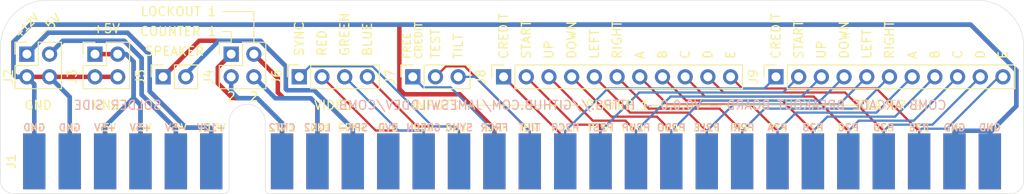
<source format=kicad_pcb>
(kicad_pcb (version 20171130) (host pcbnew "(5.1.9)-1")

  (general
    (thickness 1.6)
    (drawings 56)
    (tracks 245)
    (zones 0)
    (modules 9)
    (nets 42)
  )

  (page A4)
  (title_block
    (title "Comb Arcade Breakout Board")
    (date 2021-05-02)
    (rev 0.0.0)
    (company jameswilddev)
  )

  (layers
    (0 F.Cu signal)
    (31 B.Cu signal)
    (32 B.Adhes user)
    (33 F.Adhes user)
    (34 B.Paste user)
    (35 F.Paste user)
    (36 B.SilkS user)
    (37 F.SilkS user)
    (38 B.Mask user)
    (39 F.Mask user)
    (40 Dwgs.User user)
    (41 Cmts.User user)
    (42 Eco1.User user)
    (43 Eco2.User user)
    (44 Edge.Cuts user)
    (45 Margin user)
    (46 B.CrtYd user)
    (47 F.CrtYd user)
    (48 B.Fab user)
    (49 F.Fab user)
  )

  (setup
    (last_trace_width 0.25)
    (trace_clearance 0.2)
    (zone_clearance 0.2)
    (zone_45_only no)
    (trace_min 0.2)
    (via_size 0.8)
    (via_drill 0.4)
    (via_min_size 0.4)
    (via_min_drill 0.3)
    (uvia_size 0.3)
    (uvia_drill 0.1)
    (uvias_allowed no)
    (uvia_min_size 0.2)
    (uvia_min_drill 0.1)
    (edge_width 0.05)
    (segment_width 0.2)
    (pcb_text_width 0.3)
    (pcb_text_size 1.5 1.5)
    (mod_edge_width 0.12)
    (mod_text_size 1 1)
    (mod_text_width 0.15)
    (pad_size 3.2 3.2)
    (pad_drill 3.2)
    (pad_to_mask_clearance 0)
    (aux_axis_origin 0 0)
    (visible_elements 7FFDFF7F)
    (pcbplotparams
      (layerselection 0x010fc_ffffffff)
      (usegerberextensions false)
      (usegerberattributes true)
      (usegerberadvancedattributes true)
      (creategerberjobfile true)
      (excludeedgelayer true)
      (linewidth 0.100000)
      (plotframeref false)
      (viasonmask false)
      (mode 1)
      (useauxorigin false)
      (hpglpennumber 1)
      (hpglpenspeed 20)
      (hpglpendiameter 15.000000)
      (psnegative false)
      (psa4output false)
      (plotreference true)
      (plotvalue true)
      (plotinvisibletext false)
      (padsonsilk false)
      (subtractmaskfromsilk false)
      (outputformat 1)
      (mirror false)
      (drillshape 0)
      (scaleselection 1)
      (outputdirectory ""))
  )

  (net 0 "")
  (net 1 GND)
  (net 2 "Net-(J1-Pad11)")
  (net 3 +5V)
  (net 4 "Net-(J1-PadM)")
  (net 5 VIDEO_SYNC)
  (net 6 P2_START)
  (net 7 P2_LEFT)
  (net 8 VIDEO_GREEN)
  (net 9 P2_UP)
  (net 10 P2_DOWN)
  (net 11 P2_RIGHT)
  (net 12 P1_RIGHT)
  (net 13 P1_LEFT)
  (net 14 P1_DOWN)
  (net 15 P1_UP)
  (net 16 P1_START)
  (net 17 VIDEO_BLUE)
  (net 18 VIDEO_RED)
  (net 19 SPEAKER+)
  (net 20 -5V)
  (net 21 COUNTER_2)
  (net 22 +12V)
  (net 23 SPEAKER-)
  (net 24 LOCKOUT_2)
  (net 25 TILT)
  (net 26 TEST)
  (net 27 LOCKOUT_1)
  (net 28 COUNTER_1)
  (net 29 P2_CREDIT)
  (net 30 P2_A)
  (net 31 P2_B)
  (net 32 P2_C)
  (net 33 P2_D)
  (net 34 P2_E)
  (net 35 P1_E)
  (net 36 P1_D)
  (net 37 P1_C)
  (net 38 P1_B)
  (net 39 P1_A)
  (net 40 P1_CREDIT)
  (net 41 FREE_CREDIT)

  (net_class Default "This is the default net class."
    (clearance 0.2)
    (trace_width 0.25)
    (via_dia 0.8)
    (via_drill 0.4)
    (uvia_dia 0.3)
    (uvia_drill 0.1)
    (add_net FREE_CREDIT)
    (add_net "Net-(J1-Pad11)")
    (add_net "Net-(J1-PadM)")
    (add_net P1_A)
    (add_net P1_B)
    (add_net P1_C)
    (add_net P1_CREDIT)
    (add_net P1_D)
    (add_net P1_DOWN)
    (add_net P1_E)
    (add_net P1_LEFT)
    (add_net P1_RIGHT)
    (add_net P1_START)
    (add_net P1_UP)
    (add_net P2_A)
    (add_net P2_B)
    (add_net P2_C)
    (add_net P2_CREDIT)
    (add_net P2_D)
    (add_net P2_DOWN)
    (add_net P2_E)
    (add_net P2_LEFT)
    (add_net P2_RIGHT)
    (add_net P2_START)
    (add_net P2_UP)
    (add_net TEST)
    (add_net TILT)
    (add_net VIDEO_BLUE)
    (add_net VIDEO_GREEN)
    (add_net VIDEO_RED)
    (add_net VIDEO_SYNC)
  )

  (net_class Power ""
    (clearance 0.4)
    (trace_width 0.5)
    (via_dia 0.8)
    (via_drill 0.4)
    (uvia_dia 0.3)
    (uvia_drill 0.1)
    (add_net +12V)
    (add_net +5V)
    (add_net -5V)
    (add_net COUNTER_1)
    (add_net COUNTER_2)
    (add_net GND)
    (add_net LOCKOUT_1)
    (add_net LOCKOUT_2)
    (add_net SPEAKER+)
    (add_net SPEAKER-)
  )

  (module Comb:Edge_Connector (layer F.Cu) (tedit 608E6293) (tstamp 608F8AAE)
    (at 121.92 111.76)
    (path /6083F27E)
    (fp_text reference J1 (at -56.03875 4.375 90) (layer F.SilkS)
      (effects (font (size 1 1) (thickness 0.15)))
    )
    (fp_text value Game_Connector (at -43.56 11.5) (layer F.Fab)
      (effects (font (size 1 1) (thickness 0.15)))
    )
    (fp_line (start -57.25 6.5) (end -57.25 0) (layer Edge.Cuts) (width 0.05))
    (fp_line (start -32.285 8) (end -55.75 8) (layer Edge.Cuts) (width 0.05))
    (fp_line (start -27.615 0) (end -27.615 7.5) (layer Edge.Cuts) (width 0.05))
    (fp_line (start 57.25 6.5) (end 57.25 0) (layer Edge.Cuts) (width 0.05))
    (fp_line (start -31.66 7.375) (end -31.66 0) (layer Edge.Cuts) (width 0.05))
    (fp_line (start -27.115 8) (end 55.75 8) (layer Edge.Cuts) (width 0.05))
    (fp_line (start -29.7 -2) (end -29.615 -2) (layer Edge.Cuts) (width 0.05))
    (fp_poly (pts (xy 57.25 8) (xy -57.25 8) (xy -57.25 1.25) (xy 57.25 1.25)) (layer F.Mask) (width 0.1))
    (fp_poly (pts (xy 57.25 8) (xy -57.25 8) (xy -57.25 1.25) (xy 57.25 1.25)) (layer B.Mask) (width 0.1))
    (fp_text user P2D (at 41.58 0.6) (layer B.SilkS)
      (effects (font (size 0.8 0.8) (thickness 0.15)) (justify mirror))
    )
    (fp_text user P2E (at 45.54 0.6) (layer B.SilkS)
      (effects (font (size 0.8 0.8) (thickness 0.15)) (justify mirror))
    )
    (fp_text user GND (at 49.5 0.6) (layer B.SilkS)
      (effects (font (size 0.8 0.8) (thickness 0.15)) (justify mirror))
    )
    (fp_text user GND (at 53.46 0.6) (layer B.SilkS)
      (effects (font (size 0.8 0.8) (thickness 0.15)) (justify mirror))
    )
    (fp_text user GND (at -53.46 0.6) (layer B.SilkS)
      (effects (font (size 0.8 0.8) (thickness 0.15)) (justify mirror))
    )
    (fp_text user P2LE (at 21.78 0.6) (layer B.SilkS)
      (effects (font (size 0.8 0.8) (thickness 0.15)) (justify mirror))
    )
    (fp_text user P2RI (at 25.74 0.6) (layer B.SilkS)
      (effects (font (size 0.8 0.8) (thickness 0.15)) (justify mirror))
    )
    (fp_text user P2A (at 29.7 0.6) (layer B.SilkS)
      (effects (font (size 0.8 0.8) (thickness 0.15)) (justify mirror))
    )
    (fp_text user P2B (at 33.66 0.6) (layer B.SilkS)
      (effects (font (size 0.8 0.8) (thickness 0.15)) (justify mirror))
    )
    (fp_text user P2C (at 37.62 0.6) (layer B.SilkS)
      (effects (font (size 0.8 0.8) (thickness 0.15)) (justify mirror))
    )
    (fp_text user +5V (at -41.58 0.6) (layer B.SilkS)
      (effects (font (size 0.8 0.8) (thickness 0.15)) (justify mirror))
    )
    (fp_text user +12V (at -33.66 0.6) (layer B.SilkS)
      (effects (font (size 0.8 0.8) (thickness 0.15)) (justify mirror))
    )
    (fp_text user -5V (at -37.62 0.6) (layer B.SilkS)
      (effects (font (size 0.8 0.8) (thickness 0.15)) (justify mirror))
    )
    (fp_text user CNT2 (at -25.74 0.6) (layer B.SilkS)
      (effects (font (size 0.8 0.8) (thickness 0.15)) (justify mirror))
    )
    (fp_text user SPK- (at -17.82 0.6) (layer B.SilkS)
      (effects (font (size 0.8 0.8) (thickness 0.15)) (justify mirror))
    )
    (fp_text user LCK2 (at -21.78 0.6) (layer B.SilkS)
      (effects (font (size 0.8 0.8) (thickness 0.15)) (justify mirror))
    )
    (fp_text user GREEN (at -9.9 0.6) (layer B.SilkS)
      (effects (font (size 0.8 0.8) (thickness 0.15)) (justify mirror))
    )
    (fp_text user RVD (at -13.86 0.6) (layer B.SilkS)
      (effects (font (size 0.8 0.8) (thickness 0.15)) (justify mirror))
    )
    (fp_text user SYNC (at -5.94 0.6) (layer B.SilkS)
      (effects (font (size 0.8 0.8) (thickness 0.15)) (justify mirror))
    )
    (fp_text user FRCR (at -1.98 0.6) (layer B.SilkS)
      (effects (font (size 0.8 0.8) (thickness 0.15)) (justify mirror))
    )
    (fp_text user P2CR (at 5.94 0.6) (layer B.SilkS)
      (effects (font (size 0.8 0.8) (thickness 0.15)) (justify mirror))
    )
    (fp_text user TILT (at 1.98 0.6) (layer B.SilkS)
      (effects (font (size 0.8 0.8) (thickness 0.15)) (justify mirror))
    )
    (fp_text user P2ST (at 9.9 0.6) (layer B.SilkS)
      (effects (font (size 0.8 0.8) (thickness 0.15)) (justify mirror))
    )
    (fp_text user P2UP (at 13.86 0.6) (layer B.SilkS)
      (effects (font (size 0.8 0.8) (thickness 0.15)) (justify mirror))
    )
    (fp_text user P2DO (at 17.82 0.6) (layer B.SilkS)
      (effects (font (size 0.8 0.8) (thickness 0.15)) (justify mirror))
    )
    (fp_text user GND (at -49.5 0.6) (layer B.SilkS)
      (effects (font (size 0.8 0.8) (thickness 0.15)) (justify mirror))
    )
    (fp_text user +5V (at -45.54 0.6) (layer B.SilkS)
      (effects (font (size 0.8 0.8) (thickness 0.15)) (justify mirror))
    )
    (fp_text user GND (at 53.46 0.6) (layer F.SilkS)
      (effects (font (size 0.8 0.8) (thickness 0.15)))
    )
    (fp_text user GND (at 49.5 0.6) (layer F.SilkS)
      (effects (font (size 0.8 0.8) (thickness 0.15)))
    )
    (fp_text user P1E (at 45.54 0.6) (layer F.SilkS)
      (effects (font (size 0.8 0.8) (thickness 0.15)))
    )
    (fp_text user P1D (at 41.58 0.6) (layer F.SilkS)
      (effects (font (size 0.8 0.8) (thickness 0.15)))
    )
    (fp_text user P1C (at 37.62 0.6) (layer F.SilkS)
      (effects (font (size 0.8 0.8) (thickness 0.15)))
    )
    (fp_text user P1B (at 33.66 0.6) (layer F.SilkS)
      (effects (font (size 0.8 0.8) (thickness 0.15)))
    )
    (fp_text user P1A (at 29.7 0.6) (layer F.SilkS)
      (effects (font (size 0.8 0.8) (thickness 0.15)))
    )
    (fp_text user P1RI (at 25.74 0.6) (layer F.SilkS)
      (effects (font (size 0.8 0.8) (thickness 0.15)))
    )
    (fp_text user P1LE (at 21.78 0.6) (layer F.SilkS)
      (effects (font (size 0.8 0.8) (thickness 0.15)))
    )
    (fp_text user P1DO (at 17.82 0.6) (layer F.SilkS)
      (effects (font (size 0.8 0.8) (thickness 0.15)))
    )
    (fp_text user P1UP (at 13.86 0.6) (layer F.SilkS)
      (effects (font (size 0.8 0.8) (thickness 0.15)))
    )
    (fp_text user P1ST (at 9.9 0.6) (layer F.SilkS)
      (effects (font (size 0.8 0.8) (thickness 0.15)))
    )
    (fp_text user P1CR (at 5.94 0.6) (layer F.SilkS)
      (effects (font (size 0.8 0.8) (thickness 0.15)))
    )
    (fp_text user TEST (at 1.98 0.6) (layer F.SilkS)
      (effects (font (size 0.8 0.8) (thickness 0.15)))
    )
    (fp_text user GND (at -1.98 0.6) (layer F.SilkS)
      (effects (font (size 0.8 0.8) (thickness 0.15)))
    )
    (fp_text user BLUE (at -5.94 0.6) (layer F.SilkS)
      (effects (font (size 0.8 0.8) (thickness 0.15)))
    )
    (fp_text user RED (at -9.9 0.6) (layer F.SilkS)
      (effects (font (size 0.8 0.8) (thickness 0.15)))
    )
    (fp_text user RVD (at -13.86 0.6) (layer F.SilkS)
      (effects (font (size 0.8 0.8) (thickness 0.15)))
    )
    (fp_text user SPK+ (at -17.82 0.6) (layer F.SilkS)
      (effects (font (size 0.8 0.8) (thickness 0.15)))
    )
    (fp_text user LCK1 (at -21.78 0.6) (layer F.SilkS)
      (effects (font (size 0.8 0.8) (thickness 0.15)))
    )
    (fp_text user CNT1 (at -25.74 0.6) (layer F.SilkS)
      (effects (font (size 0.8 0.8) (thickness 0.15)))
    )
    (fp_text user +12V (at -33.66 0.6) (layer F.SilkS)
      (effects (font (size 0.8 0.8) (thickness 0.15)))
    )
    (fp_text user -5V (at -37.62 0.6) (layer F.SilkS)
      (effects (font (size 0.8 0.8) (thickness 0.15)))
    )
    (fp_text user +5V (at -41.58 0.6) (layer F.SilkS)
      (effects (font (size 0.8 0.8) (thickness 0.15)))
    )
    (fp_text user +5V (at -45.54 0.6) (layer F.SilkS)
      (effects (font (size 0.8 0.8) (thickness 0.15)))
    )
    (fp_text user GND (at -49.5 0.6) (layer F.SilkS)
      (effects (font (size 0.8 0.8) (thickness 0.15)))
    )
    (fp_text user GND (at -53.46 0.6) (layer F.SilkS)
      (effects (font (size 0.8 0.8) (thickness 0.15)))
    )
    (fp_arc (start -29.615 0) (end -27.615 0) (angle -90) (layer Edge.Cuts) (width 0.05))
    (fp_arc (start -29.66 0) (end -29.7 -2) (angle -88.9) (layer Edge.Cuts) (width 0.05))
    (fp_arc (start 55.75 6.5) (end 55.75 8) (angle -90) (layer Edge.Cuts) (width 0.05))
    (fp_arc (start -27.115 7.5) (end -27.615 7.5) (angle -90) (layer Edge.Cuts) (width 0.05))
    (fp_arc (start -32.285 7.375) (end -32.285 8) (angle -90) (layer Edge.Cuts) (width 0.05))
    (fp_arc (start -55.75 6.5) (end -57.25 6.5) (angle -90) (layer Edge.Cuts) (width 0.05))
    (pad P smd rect (at -5.94 4.375) (size 2.5 6.25) (layers B.Cu B.Paste B.Mask)
      (net 5 VIDEO_SYNC))
    (pad U smd rect (at 9.9 4.375) (size 2.5 6.25) (layers B.Cu B.Paste B.Mask)
      (net 6 P2_START))
    (pad X smd rect (at 21.78 4.375) (size 2.5 6.25) (layers B.Cu B.Paste B.Mask)
      (net 7 P2_LEFT))
    (pad E smd rect (at -37.62 4.375) (size 2.5 6.25) (layers B.Cu B.Paste B.Mask)
      (net 20 -5V))
    (pad J smd rect (at -25.74 4.375) (size 2.5 6.25) (layers B.Cu B.Paste B.Mask)
      (net 21 COUNTER_2))
    (pad N smd rect (at -9.9 4.375) (size 2.5 6.25) (layers B.Cu B.Paste B.Mask)
      (net 8 VIDEO_GREEN))
    (pad F smd rect (at -33.66 4.375) (size 2.5 6.25) (layers B.Cu B.Paste B.Mask)
      (net 22 +12V))
    (pad T smd rect (at 5.94 4.375) (size 2.5 6.25) (layers B.Cu B.Paste B.Mask)
      (net 29 P2_CREDIT))
    (pad D smd rect (at -41.58 4.375) (size 2.5 6.25) (layers B.Cu B.Paste B.Mask)
      (net 3 +5V))
    (pad B smd rect (at -49.5 4.375) (size 2.5 6.25) (layers B.Cu B.Paste B.Mask)
      (net 1 GND))
    (pad L smd rect (at -17.82 4.375) (size 2.5 6.25) (layers B.Cu B.Paste B.Mask)
      (net 23 SPEAKER-))
    (pad M smd rect (at -13.86 4.375) (size 2.5 6.25) (layers B.Cu B.Paste B.Mask)
      (net 4 "Net-(J1-PadM)"))
    (pad A smd rect (at -53.46 4.375) (size 2.5 6.25) (layers B.Cu B.Paste B.Mask)
      (net 1 GND))
    (pad K smd rect (at -21.78 4.375) (size 2.5 6.25) (layers B.Cu B.Paste B.Mask)
      (net 24 LOCKOUT_2))
    (pad R smd rect (at -1.98 4.375) (size 2.5 6.25) (layers B.Cu B.Paste B.Mask)
      (net 41 FREE_CREDIT))
    (pad S smd rect (at 1.98 4.375) (size 2.5 6.25) (layers B.Cu B.Paste B.Mask)
      (net 25 TILT))
    (pad C smd rect (at -45.54 4.375) (size 2.5 6.25) (layers B.Cu B.Paste B.Mask)
      (net 3 +5V))
    (pad V smd rect (at 13.86 4.375) (size 2.5 6.25) (layers B.Cu B.Paste B.Mask)
      (net 9 P2_UP))
    (pad W smd rect (at 17.82 4.375) (size 2.5 6.25) (layers B.Cu B.Paste B.Mask)
      (net 10 P2_DOWN))
    (pad Y smd rect (at 25.74 4.375) (size 2.5 6.25) (layers B.Cu B.Paste B.Mask)
      (net 11 P2_RIGHT))
    (pad Z smd rect (at 29.7 4.375) (size 2.5 6.25) (layers B.Cu B.Paste B.Mask)
      (net 30 P2_A))
    (pad AA smd rect (at 33.66 4.375) (size 2.5 6.25) (layers B.Cu B.Paste B.Mask)
      (net 31 P2_B))
    (pad AB smd rect (at 37.62 4.375) (size 2.5 6.25) (layers B.Cu B.Paste B.Mask)
      (net 32 P2_C))
    (pad AC smd rect (at 41.58 4.375) (size 2.5 6.25) (layers B.Cu B.Paste B.Mask)
      (net 33 P2_D))
    (pad AE smd rect (at 49.5 4.375) (size 2.5 6.25) (layers B.Cu B.Paste B.Mask)
      (net 1 GND))
    (pad AD smd rect (at 45.54 4.375) (size 2.5 6.25) (layers B.Cu B.Paste B.Mask)
      (net 34 P2_E))
    (pad AF smd rect (at 53.46 4.375) (size 2.5 6.25) (layers B.Cu B.Paste B.Mask)
      (net 1 GND))
    (pad 28 smd rect (at 53.46 4.375) (size 2.5 6.25) (layers F.Cu F.Paste F.Mask)
      (net 1 GND))
    (pad 27 smd rect (at 49.5 4.375) (size 2.5 6.25) (layers F.Cu F.Paste F.Mask)
      (net 1 GND))
    (pad 26 smd rect (at 45.54 4.375) (size 2.5 6.25) (layers F.Cu F.Paste F.Mask)
      (net 35 P1_E))
    (pad 25 smd rect (at 41.58 4.375) (size 2.5 6.25) (layers F.Cu F.Paste F.Mask)
      (net 36 P1_D))
    (pad 24 smd rect (at 37.62 4.375) (size 2.5 6.25) (layers F.Cu F.Paste F.Mask)
      (net 37 P1_C))
    (pad 23 smd rect (at 33.66 4.375) (size 2.5 6.25) (layers F.Cu F.Paste F.Mask)
      (net 38 P1_B))
    (pad 22 smd rect (at 29.7 4.375) (size 2.5 6.25) (layers F.Cu F.Paste F.Mask)
      (net 39 P1_A))
    (pad 21 smd rect (at 25.74 4.375) (size 2.5 6.25) (layers F.Cu F.Paste F.Mask)
      (net 12 P1_RIGHT))
    (pad 20 smd rect (at 21.78 4.375) (size 2.5 6.25) (layers F.Cu F.Paste F.Mask)
      (net 13 P1_LEFT))
    (pad 19 smd rect (at 17.82 4.375) (size 2.5 6.25) (layers F.Cu F.Paste F.Mask)
      (net 14 P1_DOWN))
    (pad 18 smd rect (at 13.86 4.375) (size 2.5 6.25) (layers F.Cu F.Paste F.Mask)
      (net 15 P1_UP))
    (pad 17 smd rect (at 9.9 4.375) (size 2.5 6.25) (layers F.Cu F.Paste F.Mask)
      (net 16 P1_START))
    (pad 16 smd rect (at 5.94 4.375) (size 2.5 6.25) (layers F.Cu F.Paste F.Mask)
      (net 40 P1_CREDIT))
    (pad 15 smd rect (at 1.98 4.375) (size 2.5 6.25) (layers F.Cu F.Paste F.Mask)
      (net 26 TEST))
    (pad 14 smd rect (at -1.98 4.375) (size 2.5 6.25) (layers F.Cu F.Paste F.Mask)
      (net 1 GND))
    (pad 13 smd rect (at -5.94 4.375) (size 2.5 6.25) (layers F.Cu F.Paste F.Mask)
      (net 17 VIDEO_BLUE))
    (pad 12 smd rect (at -9.9 4.375) (size 2.5 6.25) (layers F.Cu F.Paste F.Mask)
      (net 18 VIDEO_RED))
    (pad 1 smd rect (at -53.46 4.375) (size 2.5 6.25) (layers F.Cu F.Paste F.Mask)
      (net 1 GND))
    (pad 11 smd rect (at -13.86 4.375) (size 2.5 6.25) (layers F.Cu F.Paste F.Mask)
      (net 2 "Net-(J1-Pad11)"))
    (pad 10 smd rect (at -17.82 4.375) (size 2.5 6.25) (layers F.Cu F.Paste F.Mask)
      (net 19 SPEAKER+))
    (pad 2 smd rect (at -49.5 4.375) (size 2.5 6.25) (layers F.Cu F.Paste F.Mask)
      (net 1 GND))
    (pad 3 smd rect (at -45.54 4.375) (size 2.5 6.25) (layers F.Cu F.Paste F.Mask)
      (net 3 +5V))
    (pad 9 smd rect (at -21.78 4.375) (size 2.5 6.25) (layers F.Cu F.Paste F.Mask)
      (net 27 LOCKOUT_1))
    (pad 8 smd rect (at -25.74 4.375) (size 2.5 6.25) (layers F.Cu F.Paste F.Mask)
      (net 28 COUNTER_1))
    (pad 4 smd rect (at -41.58 4.375) (size 2.5 6.25) (layers F.Cu F.Paste F.Mask)
      (net 3 +5V))
    (pad 5 smd rect (at -37.62 4.375) (size 2.5 6.25) (layers F.Cu F.Paste F.Mask)
      (net 20 -5V))
    (pad 6 smd rect (at -33.66 4.375) (size 2.5 6.25) (layers F.Cu F.Paste F.Mask)
      (net 22 +12V))
  )

  (module Connector_PinSocket_2.54mm:PinSocket_1x02_P2.54mm_Vertical (layer F.Cu) (tedit 5A19A420) (tstamp 608F330A)
    (at 82.8675 106.68 90)
    (descr "Through hole straight socket strip, 1x02, 2.54mm pitch, single row (from Kicad 4.0.7), script generated")
    (tags "Through hole socket strip THT 1x02 2.54mm single row")
    (path /6094EC80)
    (fp_text reference J5 (at 0 -2.54 90) (layer F.SilkS)
      (effects (font (size 1 1) (thickness 0.15)))
    )
    (fp_text value SPEAKER (at 0 5.31 90) (layer F.Fab)
      (effects (font (size 1 1) (thickness 0.15)))
    )
    (fp_line (start -1.8 4.3) (end -1.8 -1.8) (layer F.CrtYd) (width 0.05))
    (fp_line (start 1.75 4.3) (end -1.8 4.3) (layer F.CrtYd) (width 0.05))
    (fp_line (start 1.75 -1.8) (end 1.75 4.3) (layer F.CrtYd) (width 0.05))
    (fp_line (start -1.8 -1.8) (end 1.75 -1.8) (layer F.CrtYd) (width 0.05))
    (fp_line (start 0 -1.33) (end 1.33 -1.33) (layer F.SilkS) (width 0.12))
    (fp_line (start 1.33 -1.33) (end 1.33 0) (layer F.SilkS) (width 0.12))
    (fp_line (start 1.33 1.27) (end 1.33 3.87) (layer F.SilkS) (width 0.12))
    (fp_line (start -1.33 3.87) (end 1.33 3.87) (layer F.SilkS) (width 0.12))
    (fp_line (start -1.33 1.27) (end -1.33 3.87) (layer F.SilkS) (width 0.12))
    (fp_line (start -1.33 1.27) (end 1.33 1.27) (layer F.SilkS) (width 0.12))
    (fp_line (start -1.27 3.81) (end -1.27 -1.27) (layer F.Fab) (width 0.1))
    (fp_line (start 1.27 3.81) (end -1.27 3.81) (layer F.Fab) (width 0.1))
    (fp_line (start 1.27 -0.635) (end 1.27 3.81) (layer F.Fab) (width 0.1))
    (fp_line (start 0.635 -1.27) (end 1.27 -0.635) (layer F.Fab) (width 0.1))
    (fp_line (start -1.27 -1.27) (end 0.635 -1.27) (layer F.Fab) (width 0.1))
    (fp_text user %R (at 0 1.27) (layer F.Fab)
      (effects (font (size 1 1) (thickness 0.15)))
    )
    (pad 2 thru_hole oval (at 0 2.54 90) (size 1.7 1.7) (drill 1) (layers *.Cu *.Mask)
      (net 23 SPEAKER-))
    (pad 1 thru_hole rect (at 0 0 90) (size 1.7 1.7) (drill 1) (layers *.Cu *.Mask)
      (net 19 SPEAKER+))
    (model ${KISYS3DMOD}/Connector_PinSocket_2.54mm.3dshapes/PinSocket_1x02_P2.54mm_Vertical.wrl
      (at (xyz 0 0 0))
      (scale (xyz 1 1 1))
      (rotate (xyz 0 0 0))
    )
  )

  (module Connector_PinSocket_2.54mm:PinSocket_2x02_P2.54mm_Vertical (layer F.Cu) (tedit 5A19A426) (tstamp 608F238E)
    (at 75.2475 104.14 90)
    (descr "Through hole straight socket strip, 2x02, 2.54mm pitch, double cols (from Kicad 4.0.7), script generated")
    (tags "Through hole socket strip THT 2x02 2.54mm double row")
    (path /6093A000)
    (fp_text reference J3 (at -2.54 -2.54 90) (layer F.SilkS)
      (effects (font (size 1 1) (thickness 0.15)))
    )
    (fp_text value PWR_SAFE (at -1.27 5.31 90) (layer F.Fab)
      (effects (font (size 1 1) (thickness 0.15)))
    )
    (fp_line (start -4.34 4.3) (end -4.34 -1.8) (layer F.CrtYd) (width 0.05))
    (fp_line (start 1.76 4.3) (end -4.34 4.3) (layer F.CrtYd) (width 0.05))
    (fp_line (start 1.76 -1.8) (end 1.76 4.3) (layer F.CrtYd) (width 0.05))
    (fp_line (start -4.34 -1.8) (end 1.76 -1.8) (layer F.CrtYd) (width 0.05))
    (fp_line (start 0 -1.33) (end 1.33 -1.33) (layer F.SilkS) (width 0.12))
    (fp_line (start 1.33 -1.33) (end 1.33 0) (layer F.SilkS) (width 0.12))
    (fp_line (start -1.27 -1.33) (end -1.27 1.27) (layer F.SilkS) (width 0.12))
    (fp_line (start -1.27 1.27) (end 1.33 1.27) (layer F.SilkS) (width 0.12))
    (fp_line (start 1.33 1.27) (end 1.33 3.87) (layer F.SilkS) (width 0.12))
    (fp_line (start -3.87 3.87) (end 1.33 3.87) (layer F.SilkS) (width 0.12))
    (fp_line (start -3.87 -1.33) (end -3.87 3.87) (layer F.SilkS) (width 0.12))
    (fp_line (start -3.87 -1.33) (end -1.27 -1.33) (layer F.SilkS) (width 0.12))
    (fp_line (start -3.81 3.81) (end -3.81 -1.27) (layer F.Fab) (width 0.1))
    (fp_line (start 1.27 3.81) (end -3.81 3.81) (layer F.Fab) (width 0.1))
    (fp_line (start 1.27 -0.27) (end 1.27 3.81) (layer F.Fab) (width 0.1))
    (fp_line (start 0.27 -1.27) (end 1.27 -0.27) (layer F.Fab) (width 0.1))
    (fp_line (start -3.81 -1.27) (end 0.27 -1.27) (layer F.Fab) (width 0.1))
    (fp_text user %R (at -1.27 1.27) (layer F.Fab)
      (effects (font (size 1 1) (thickness 0.15)))
    )
    (pad 4 thru_hole oval (at -2.54 2.54 90) (size 1.7 1.7) (drill 1) (layers *.Cu *.Mask)
      (net 1 GND))
    (pad 3 thru_hole oval (at 0 2.54 90) (size 1.7 1.7) (drill 1) (layers *.Cu *.Mask)
      (net 3 +5V))
    (pad 2 thru_hole oval (at -2.54 0 90) (size 1.7 1.7) (drill 1) (layers *.Cu *.Mask)
      (net 1 GND))
    (pad 1 thru_hole rect (at 0 0 90) (size 1.7 1.7) (drill 1) (layers *.Cu *.Mask)
      (net 3 +5V))
    (model ${KISYS3DMOD}/Connector_PinSocket_2.54mm.3dshapes/PinSocket_2x02_P2.54mm_Vertical.wrl
      (at (xyz 0 0 0))
      (scale (xyz 1 1 1))
      (rotate (xyz 0 0 0))
    )
  )

  (module Connector_PinSocket_2.54mm:PinSocket_2x02_P2.54mm_Vertical (layer F.Cu) (tedit 5A19A426) (tstamp 608F32F2)
    (at 90.4875 104.14 90)
    (descr "Through hole straight socket strip, 2x02, 2.54mm pitch, double cols (from Kicad 4.0.7), script generated")
    (tags "Through hole socket strip THT 2x02 2.54mm double row")
    (path /6094E426)
    (fp_text reference J4 (at -2.54 -2.54 90) (layer F.SilkS)
      (effects (font (size 1 1) (thickness 0.15)))
    )
    (fp_text value COIN_SLOTS (at -1.27 5.31 90) (layer F.Fab)
      (effects (font (size 1 1) (thickness 0.15)))
    )
    (fp_line (start -4.34 4.3) (end -4.34 -1.8) (layer F.CrtYd) (width 0.05))
    (fp_line (start 1.76 4.3) (end -4.34 4.3) (layer F.CrtYd) (width 0.05))
    (fp_line (start 1.76 -1.8) (end 1.76 4.3) (layer F.CrtYd) (width 0.05))
    (fp_line (start -4.34 -1.8) (end 1.76 -1.8) (layer F.CrtYd) (width 0.05))
    (fp_line (start 0 -1.33) (end 1.33 -1.33) (layer F.SilkS) (width 0.12))
    (fp_line (start 1.33 -1.33) (end 1.33 0) (layer F.SilkS) (width 0.12))
    (fp_line (start -1.27 -1.33) (end -1.27 1.27) (layer F.SilkS) (width 0.12))
    (fp_line (start -1.27 1.27) (end 1.33 1.27) (layer F.SilkS) (width 0.12))
    (fp_line (start 1.33 1.27) (end 1.33 3.87) (layer F.SilkS) (width 0.12))
    (fp_line (start -3.87 3.87) (end 1.33 3.87) (layer F.SilkS) (width 0.12))
    (fp_line (start -3.87 -1.33) (end -3.87 3.87) (layer F.SilkS) (width 0.12))
    (fp_line (start -3.87 -1.33) (end -1.27 -1.33) (layer F.SilkS) (width 0.12))
    (fp_line (start -3.81 3.81) (end -3.81 -1.27) (layer F.Fab) (width 0.1))
    (fp_line (start 1.27 3.81) (end -3.81 3.81) (layer F.Fab) (width 0.1))
    (fp_line (start 1.27 -0.27) (end 1.27 3.81) (layer F.Fab) (width 0.1))
    (fp_line (start 0.27 -1.27) (end 1.27 -0.27) (layer F.Fab) (width 0.1))
    (fp_line (start -3.81 -1.27) (end 0.27 -1.27) (layer F.Fab) (width 0.1))
    (fp_text user %R (at -1.27 1.27) (layer F.Fab)
      (effects (font (size 1 1) (thickness 0.15)))
    )
    (pad 4 thru_hole oval (at -2.54 2.54 90) (size 1.7 1.7) (drill 1) (layers *.Cu *.Mask)
      (net 24 LOCKOUT_2))
    (pad 3 thru_hole oval (at 0 2.54 90) (size 1.7 1.7) (drill 1) (layers *.Cu *.Mask)
      (net 27 LOCKOUT_1))
    (pad 2 thru_hole oval (at -2.54 0 90) (size 1.7 1.7) (drill 1) (layers *.Cu *.Mask)
      (net 21 COUNTER_2))
    (pad 1 thru_hole rect (at 0 0 90) (size 1.7 1.7) (drill 1) (layers *.Cu *.Mask)
      (net 28 COUNTER_1))
    (model ${KISYS3DMOD}/Connector_PinSocket_2.54mm.3dshapes/PinSocket_2x02_P2.54mm_Vertical.wrl
      (at (xyz 0 0 0))
      (scale (xyz 1 1 1))
      (rotate (xyz 0 0 0))
    )
  )

  (module Connector_PinSocket_2.54mm:PinSocket_1x03_P2.54mm_Vertical (layer F.Cu) (tedit 5A19A429) (tstamp 608F147C)
    (at 110.8075 106.68 90)
    (descr "Through hole straight socket strip, 1x03, 2.54mm pitch, single row (from Kicad 4.0.7), script generated")
    (tags "Through hole socket strip THT 1x03 2.54mm single row")
    (path /6092B7A7)
    (fp_text reference J7 (at 0 -2.54 90) (layer F.SilkS)
      (effects (font (size 1 1) (thickness 0.15)))
    )
    (fp_text value MISC_INPUTS (at 0 7.85 90) (layer F.Fab)
      (effects (font (size 1 1) (thickness 0.15)))
    )
    (fp_line (start -1.8 6.85) (end -1.8 -1.8) (layer F.CrtYd) (width 0.05))
    (fp_line (start 1.75 6.85) (end -1.8 6.85) (layer F.CrtYd) (width 0.05))
    (fp_line (start 1.75 -1.8) (end 1.75 6.85) (layer F.CrtYd) (width 0.05))
    (fp_line (start -1.8 -1.8) (end 1.75 -1.8) (layer F.CrtYd) (width 0.05))
    (fp_line (start 0 -1.33) (end 1.33 -1.33) (layer F.SilkS) (width 0.12))
    (fp_line (start 1.33 -1.33) (end 1.33 0) (layer F.SilkS) (width 0.12))
    (fp_line (start 1.33 1.27) (end 1.33 6.41) (layer F.SilkS) (width 0.12))
    (fp_line (start -1.33 6.41) (end 1.33 6.41) (layer F.SilkS) (width 0.12))
    (fp_line (start -1.33 1.27) (end -1.33 6.41) (layer F.SilkS) (width 0.12))
    (fp_line (start -1.33 1.27) (end 1.33 1.27) (layer F.SilkS) (width 0.12))
    (fp_line (start -1.27 6.35) (end -1.27 -1.27) (layer F.Fab) (width 0.1))
    (fp_line (start 1.27 6.35) (end -1.27 6.35) (layer F.Fab) (width 0.1))
    (fp_line (start 1.27 -0.635) (end 1.27 6.35) (layer F.Fab) (width 0.1))
    (fp_line (start 0.635 -1.27) (end 1.27 -0.635) (layer F.Fab) (width 0.1))
    (fp_line (start -1.27 -1.27) (end 0.635 -1.27) (layer F.Fab) (width 0.1))
    (fp_text user %R (at 0 2.54) (layer F.Fab)
      (effects (font (size 1 1) (thickness 0.15)))
    )
    (pad 3 thru_hole oval (at 0 5.08 90) (size 1.7 1.7) (drill 1) (layers *.Cu *.Mask)
      (net 25 TILT))
    (pad 2 thru_hole oval (at 0 2.54 90) (size 1.7 1.7) (drill 1) (layers *.Cu *.Mask)
      (net 26 TEST))
    (pad 1 thru_hole rect (at 0 0 90) (size 1.7 1.7) (drill 1) (layers *.Cu *.Mask)
      (net 41 FREE_CREDIT))
    (model ${KISYS3DMOD}/Connector_PinSocket_2.54mm.3dshapes/PinSocket_1x03_P2.54mm_Vertical.wrl
      (at (xyz 0 0 0))
      (scale (xyz 1 1 1))
      (rotate (xyz 0 0 0))
    )
  )

  (module Connector_PinSocket_2.54mm:PinSocket_1x04_P2.54mm_Vertical (layer F.Cu) (tedit 5A19A429) (tstamp 608F0F03)
    (at 98.1075 106.68 90)
    (descr "Through hole straight socket strip, 1x04, 2.54mm pitch, single row (from Kicad 4.0.7), script generated")
    (tags "Through hole socket strip THT 1x04 2.54mm single row")
    (path /6091DA51)
    (fp_text reference J6 (at 0 -2.54 90) (layer F.SilkS)
      (effects (font (size 1 1) (thickness 0.15)))
    )
    (fp_text value VIDEO (at 0 10.39 90) (layer F.Fab)
      (effects (font (size 1 1) (thickness 0.15)))
    )
    (fp_line (start -1.8 9.4) (end -1.8 -1.8) (layer F.CrtYd) (width 0.05))
    (fp_line (start 1.75 9.4) (end -1.8 9.4) (layer F.CrtYd) (width 0.05))
    (fp_line (start 1.75 -1.8) (end 1.75 9.4) (layer F.CrtYd) (width 0.05))
    (fp_line (start -1.8 -1.8) (end 1.75 -1.8) (layer F.CrtYd) (width 0.05))
    (fp_line (start 0 -1.33) (end 1.33 -1.33) (layer F.SilkS) (width 0.12))
    (fp_line (start 1.33 -1.33) (end 1.33 0) (layer F.SilkS) (width 0.12))
    (fp_line (start 1.33 1.27) (end 1.33 8.95) (layer F.SilkS) (width 0.12))
    (fp_line (start -1.33 8.95) (end 1.33 8.95) (layer F.SilkS) (width 0.12))
    (fp_line (start -1.33 1.27) (end -1.33 8.95) (layer F.SilkS) (width 0.12))
    (fp_line (start -1.33 1.27) (end 1.33 1.27) (layer F.SilkS) (width 0.12))
    (fp_line (start -1.27 8.89) (end -1.27 -1.27) (layer F.Fab) (width 0.1))
    (fp_line (start 1.27 8.89) (end -1.27 8.89) (layer F.Fab) (width 0.1))
    (fp_line (start 1.27 -0.635) (end 1.27 8.89) (layer F.Fab) (width 0.1))
    (fp_line (start 0.635 -1.27) (end 1.27 -0.635) (layer F.Fab) (width 0.1))
    (fp_line (start -1.27 -1.27) (end 0.635 -1.27) (layer F.Fab) (width 0.1))
    (fp_text user %R (at 0 3.81) (layer F.Fab)
      (effects (font (size 1 1) (thickness 0.15)))
    )
    (pad 4 thru_hole oval (at 0 7.62 90) (size 1.7 1.7) (drill 1) (layers *.Cu *.Mask)
      (net 17 VIDEO_BLUE))
    (pad 3 thru_hole oval (at 0 5.08 90) (size 1.7 1.7) (drill 1) (layers *.Cu *.Mask)
      (net 8 VIDEO_GREEN))
    (pad 2 thru_hole oval (at 0 2.54 90) (size 1.7 1.7) (drill 1) (layers *.Cu *.Mask)
      (net 18 VIDEO_RED))
    (pad 1 thru_hole rect (at 0 0 90) (size 1.7 1.7) (drill 1) (layers *.Cu *.Mask)
      (net 5 VIDEO_SYNC))
    (model ${KISYS3DMOD}/Connector_PinSocket_2.54mm.3dshapes/PinSocket_1x04_P2.54mm_Vertical.wrl
      (at (xyz 0 0 0))
      (scale (xyz 1 1 1))
      (rotate (xyz 0 0 0))
    )
  )

  (module Connector_PinSocket_2.54mm:PinSocket_1x11_P2.54mm_Vertical (layer F.Cu) (tedit 5A19A42E) (tstamp 608F08BB)
    (at 151.4475 106.68 90)
    (descr "Through hole straight socket strip, 1x11, 2.54mm pitch, single row (from Kicad 4.0.7), script generated")
    (tags "Through hole socket strip THT 1x11 2.54mm single row")
    (path /6091D672)
    (fp_text reference J9 (at 0 -2.54 90) (layer F.SilkS)
      (effects (font (size 1 1) (thickness 0.15)))
    )
    (fp_text value P2 (at 0 28.17 90) (layer F.Fab)
      (effects (font (size 1 1) (thickness 0.15)))
    )
    (fp_line (start -1.8 27.15) (end -1.8 -1.8) (layer F.CrtYd) (width 0.05))
    (fp_line (start 1.75 27.15) (end -1.8 27.15) (layer F.CrtYd) (width 0.05))
    (fp_line (start 1.75 -1.8) (end 1.75 27.15) (layer F.CrtYd) (width 0.05))
    (fp_line (start -1.8 -1.8) (end 1.75 -1.8) (layer F.CrtYd) (width 0.05))
    (fp_line (start 0 -1.33) (end 1.33 -1.33) (layer F.SilkS) (width 0.12))
    (fp_line (start 1.33 -1.33) (end 1.33 0) (layer F.SilkS) (width 0.12))
    (fp_line (start 1.33 1.27) (end 1.33 26.73) (layer F.SilkS) (width 0.12))
    (fp_line (start -1.33 26.73) (end 1.33 26.73) (layer F.SilkS) (width 0.12))
    (fp_line (start -1.33 1.27) (end -1.33 26.73) (layer F.SilkS) (width 0.12))
    (fp_line (start -1.33 1.27) (end 1.33 1.27) (layer F.SilkS) (width 0.12))
    (fp_line (start -1.27 26.67) (end -1.27 -1.27) (layer F.Fab) (width 0.1))
    (fp_line (start 1.27 26.67) (end -1.27 26.67) (layer F.Fab) (width 0.1))
    (fp_line (start 1.27 -0.635) (end 1.27 26.67) (layer F.Fab) (width 0.1))
    (fp_line (start 0.635 -1.27) (end 1.27 -0.635) (layer F.Fab) (width 0.1))
    (fp_line (start -1.27 -1.27) (end 0.635 -1.27) (layer F.Fab) (width 0.1))
    (fp_text user %R (at 0 12.7) (layer F.Fab)
      (effects (font (size 1 1) (thickness 0.15)))
    )
    (pad 11 thru_hole oval (at 0 25.4 90) (size 1.7 1.7) (drill 1) (layers *.Cu *.Mask)
      (net 34 P2_E))
    (pad 10 thru_hole oval (at 0 22.86 90) (size 1.7 1.7) (drill 1) (layers *.Cu *.Mask)
      (net 33 P2_D))
    (pad 9 thru_hole oval (at 0 20.32 90) (size 1.7 1.7) (drill 1) (layers *.Cu *.Mask)
      (net 32 P2_C))
    (pad 8 thru_hole oval (at 0 17.78 90) (size 1.7 1.7) (drill 1) (layers *.Cu *.Mask)
      (net 31 P2_B))
    (pad 7 thru_hole oval (at 0 15.24 90) (size 1.7 1.7) (drill 1) (layers *.Cu *.Mask)
      (net 30 P2_A))
    (pad 6 thru_hole oval (at 0 12.7 90) (size 1.7 1.7) (drill 1) (layers *.Cu *.Mask)
      (net 11 P2_RIGHT))
    (pad 5 thru_hole oval (at 0 10.16 90) (size 1.7 1.7) (drill 1) (layers *.Cu *.Mask)
      (net 7 P2_LEFT))
    (pad 4 thru_hole oval (at 0 7.62 90) (size 1.7 1.7) (drill 1) (layers *.Cu *.Mask)
      (net 10 P2_DOWN))
    (pad 3 thru_hole oval (at 0 5.08 90) (size 1.7 1.7) (drill 1) (layers *.Cu *.Mask)
      (net 9 P2_UP))
    (pad 2 thru_hole oval (at 0 2.54 90) (size 1.7 1.7) (drill 1) (layers *.Cu *.Mask)
      (net 6 P2_START))
    (pad 1 thru_hole rect (at 0 0 90) (size 1.7 1.7) (drill 1) (layers *.Cu *.Mask)
      (net 29 P2_CREDIT))
    (model ${KISYS3DMOD}/Connector_PinSocket_2.54mm.3dshapes/PinSocket_1x11_P2.54mm_Vertical.wrl
      (at (xyz 0 0 0))
      (scale (xyz 1 1 1))
      (rotate (xyz 0 0 0))
    )
  )

  (module Connector_PinSocket_2.54mm:PinSocket_1x11_P2.54mm_Vertical (layer F.Cu) (tedit 5A19A42E) (tstamp 608F089C)
    (at 120.9675 106.68 90)
    (descr "Through hole straight socket strip, 1x11, 2.54mm pitch, single row (from Kicad 4.0.7), script generated")
    (tags "Through hole socket strip THT 1x11 2.54mm single row")
    (path /6090F08B)
    (fp_text reference J8 (at 0 -2.54 90) (layer F.SilkS)
      (effects (font (size 1 1) (thickness 0.15)))
    )
    (fp_text value P1 (at 0 28.17 90) (layer F.Fab)
      (effects (font (size 1 1) (thickness 0.15)))
    )
    (fp_line (start -1.8 27.15) (end -1.8 -1.8) (layer F.CrtYd) (width 0.05))
    (fp_line (start 1.75 27.15) (end -1.8 27.15) (layer F.CrtYd) (width 0.05))
    (fp_line (start 1.75 -1.8) (end 1.75 27.15) (layer F.CrtYd) (width 0.05))
    (fp_line (start -1.8 -1.8) (end 1.75 -1.8) (layer F.CrtYd) (width 0.05))
    (fp_line (start 0 -1.33) (end 1.33 -1.33) (layer F.SilkS) (width 0.12))
    (fp_line (start 1.33 -1.33) (end 1.33 0) (layer F.SilkS) (width 0.12))
    (fp_line (start 1.33 1.27) (end 1.33 26.73) (layer F.SilkS) (width 0.12))
    (fp_line (start -1.33 26.73) (end 1.33 26.73) (layer F.SilkS) (width 0.12))
    (fp_line (start -1.33 1.27) (end -1.33 26.73) (layer F.SilkS) (width 0.12))
    (fp_line (start -1.33 1.27) (end 1.33 1.27) (layer F.SilkS) (width 0.12))
    (fp_line (start -1.27 26.67) (end -1.27 -1.27) (layer F.Fab) (width 0.1))
    (fp_line (start 1.27 26.67) (end -1.27 26.67) (layer F.Fab) (width 0.1))
    (fp_line (start 1.27 -0.635) (end 1.27 26.67) (layer F.Fab) (width 0.1))
    (fp_line (start 0.635 -1.27) (end 1.27 -0.635) (layer F.Fab) (width 0.1))
    (fp_line (start -1.27 -1.27) (end 0.635 -1.27) (layer F.Fab) (width 0.1))
    (fp_text user %R (at 0 12.7) (layer F.Fab)
      (effects (font (size 1 1) (thickness 0.15)))
    )
    (pad 11 thru_hole oval (at 0 25.4 90) (size 1.7 1.7) (drill 1) (layers *.Cu *.Mask)
      (net 35 P1_E))
    (pad 10 thru_hole oval (at 0 22.86 90) (size 1.7 1.7) (drill 1) (layers *.Cu *.Mask)
      (net 36 P1_D))
    (pad 9 thru_hole oval (at 0 20.32 90) (size 1.7 1.7) (drill 1) (layers *.Cu *.Mask)
      (net 37 P1_C))
    (pad 8 thru_hole oval (at 0 17.78 90) (size 1.7 1.7) (drill 1) (layers *.Cu *.Mask)
      (net 38 P1_B))
    (pad 7 thru_hole oval (at 0 15.24 90) (size 1.7 1.7) (drill 1) (layers *.Cu *.Mask)
      (net 39 P1_A))
    (pad 6 thru_hole oval (at 0 12.7 90) (size 1.7 1.7) (drill 1) (layers *.Cu *.Mask)
      (net 12 P1_RIGHT))
    (pad 5 thru_hole oval (at 0 10.16 90) (size 1.7 1.7) (drill 1) (layers *.Cu *.Mask)
      (net 13 P1_LEFT))
    (pad 4 thru_hole oval (at 0 7.62 90) (size 1.7 1.7) (drill 1) (layers *.Cu *.Mask)
      (net 14 P1_DOWN))
    (pad 3 thru_hole oval (at 0 5.08 90) (size 1.7 1.7) (drill 1) (layers *.Cu *.Mask)
      (net 15 P1_UP))
    (pad 2 thru_hole oval (at 0 2.54 90) (size 1.7 1.7) (drill 1) (layers *.Cu *.Mask)
      (net 16 P1_START))
    (pad 1 thru_hole rect (at 0 0 90) (size 1.7 1.7) (drill 1) (layers *.Cu *.Mask)
      (net 40 P1_CREDIT))
    (model ${KISYS3DMOD}/Connector_PinSocket_2.54mm.3dshapes/PinSocket_1x11_P2.54mm_Vertical.wrl
      (at (xyz 0 0 0))
      (scale (xyz 1 1 1))
      (rotate (xyz 0 0 0))
    )
  )

  (module Connector_PinSocket_2.54mm:PinSocket_2x02_P2.54mm_Vertical (layer F.Cu) (tedit 5A19A426) (tstamp 608E4D34)
    (at 67.6275 104.14 90)
    (descr "Through hole straight socket strip, 2x02, 2.54mm pitch, double cols (from Kicad 4.0.7), script generated")
    (tags "Through hole socket strip THT 2x02 2.54mm double row")
    (path /60901684)
    (fp_text reference J2 (at -2.54 -2.06375 270) (layer F.SilkS)
      (effects (font (size 1 1) (thickness 0.15)))
    )
    (fp_text value PWR_DANGEROUS (at -1.27 5.31 90) (layer F.Fab)
      (effects (font (size 1 1) (thickness 0.15)))
    )
    (fp_line (start -4.34 4.3) (end -4.34 -1.8) (layer F.CrtYd) (width 0.05))
    (fp_line (start 1.76 4.3) (end -4.34 4.3) (layer F.CrtYd) (width 0.05))
    (fp_line (start 1.76 -1.8) (end 1.76 4.3) (layer F.CrtYd) (width 0.05))
    (fp_line (start -4.34 -1.8) (end 1.76 -1.8) (layer F.CrtYd) (width 0.05))
    (fp_line (start 0 -1.33) (end 1.33 -1.33) (layer F.SilkS) (width 0.12))
    (fp_line (start 1.33 -1.33) (end 1.33 0) (layer F.SilkS) (width 0.12))
    (fp_line (start -1.27 -1.33) (end -1.27 1.27) (layer F.SilkS) (width 0.12))
    (fp_line (start -1.27 1.27) (end 1.33 1.27) (layer F.SilkS) (width 0.12))
    (fp_line (start 1.33 1.27) (end 1.33 3.87) (layer F.SilkS) (width 0.12))
    (fp_line (start -3.87 3.87) (end 1.33 3.87) (layer F.SilkS) (width 0.12))
    (fp_line (start -3.87 -1.33) (end -3.87 3.87) (layer F.SilkS) (width 0.12))
    (fp_line (start -3.87 -1.33) (end -1.27 -1.33) (layer F.SilkS) (width 0.12))
    (fp_line (start -3.81 3.81) (end -3.81 -1.27) (layer F.Fab) (width 0.1))
    (fp_line (start 1.27 3.81) (end -3.81 3.81) (layer F.Fab) (width 0.1))
    (fp_line (start 1.27 -0.27) (end 1.27 3.81) (layer F.Fab) (width 0.1))
    (fp_line (start 0.27 -1.27) (end 1.27 -0.27) (layer F.Fab) (width 0.1))
    (fp_line (start -3.81 -1.27) (end 0.27 -1.27) (layer F.Fab) (width 0.1))
    (fp_text user %R (at -1.27 1.27) (layer F.Fab)
      (effects (font (size 1 1) (thickness 0.15)))
    )
    (pad 4 thru_hole oval (at -2.54 2.54 90) (size 1.7 1.7) (drill 1) (layers *.Cu *.Mask)
      (net 1 GND))
    (pad 3 thru_hole oval (at 0 2.54 90) (size 1.7 1.7) (drill 1) (layers *.Cu *.Mask)
      (net 20 -5V))
    (pad 2 thru_hole oval (at -2.54 0 90) (size 1.7 1.7) (drill 1) (layers *.Cu *.Mask)
      (net 1 GND))
    (pad 1 thru_hole rect (at 0 0 90) (size 1.7 1.7) (drill 1) (layers *.Cu *.Mask)
      (net 22 +12V))
    (model ${KISYS3DMOD}/Connector_PinSocket_2.54mm.3dshapes/PinSocket_2x02_P2.54mm_Vertical.wrl
      (at (xyz 0 0 0))
      (scale (xyz 1 1 1))
      (rotate (xyz 0 0 0))
    )
  )

  (gr_text "COMB ARCADE BREAKOUT BOARD - V0.0.0 - HTTPS://GITHUB.COM/JAMESWILDDEV/COMB" (at 136.525 109.855) (layer B.SilkS)
    (effects (font (size 1 1) (thickness 0.15)) (justify mirror))
  )
  (gr_line (start 93.0275 99.3775) (end 93.0275 102.87) (layer F.SilkS) (width 0.12))
  (gr_line (start 89.535 99.3775) (end 93.0275 99.3775) (layer F.SilkS) (width 0.12))
  (gr_line (start 90.4875 101.6) (end 89.535 101.6) (layer F.SilkS) (width 0.12))
  (gr_line (start 90.4875 102.81) (end 90.4875 101.6) (layer F.SilkS) (width 0.12))
  (gr_text "SOLDER SIDE" (at 77.7875 109.855) (layer B.SilkS) (tstamp 608F59E4)
    (effects (font (size 1 1) (thickness 0.15)) (justify mirror))
  )
  (gr_text +5V (at 76.5175 101.2825) (layer F.SilkS) (tstamp 608F5441)
    (effects (font (size 1 1) (thickness 0.15)))
  )
  (gr_text 2 (at 93.0275 108.9025) (layer F.SilkS) (tstamp 608F542C)
    (effects (font (size 1 1) (thickness 0.15)))
  )
  (gr_line (start 173.99 98.1075) (end 69.85 98.1075) (layer Edge.Cuts) (width 0.05) (tstamp 608F4F9B))
  (gr_arc (start 69.85 103.2875) (end 69.85 98.1075) (angle -90) (layer Edge.Cuts) (width 0.05) (tstamp 608F4F95))
  (gr_line (start 179.17 103.2875) (end 179.17 111.76) (layer Edge.Cuts) (width 0.05))
  (gr_line (start 64.67 103.2875) (end 64.67 111.76) (layer Edge.Cuts) (width 0.05))
  (gr_arc (start 173.99 103.2875) (end 179.17 103.2875) (angle -90) (layer Edge.Cuts) (width 0.05))
  (gr_line (start 137.4775 109.855) (end 160.3375 109.855) (layer F.SilkS) (width 0.12))
  (gr_line (start 116.5225 109.855) (end 129.8575 109.855) (layer F.SilkS) (width 0.12))
  (gr_text INPUTS (at 113.3475 109.855) (layer F.SilkS) (tstamp 608F42C6)
    (effects (font (size 1 1) (thickness 0.15)))
  )
  (gr_text SPEAKER (at 84.1375 103.8225) (layer F.SilkS) (tstamp 608F41B0)
    (effects (font (size 1 1) (thickness 0.15)))
  )
  (gr_text 2 (at 90.4875 108.9025) (layer F.SilkS) (tstamp 608F411F)
    (effects (font (size 1 1) (thickness 0.15)))
  )
  (gr_text "COUNTER 1" (at 88.9 101.6) (layer F.SilkS) (tstamp 608F4010)
    (effects (font (size 1 1) (thickness 0.15)) (justify right))
  )
  (gr_text "LOCKOUT 1" (at 88.9 99.3775) (layer F.SilkS) (tstamp 608F4010)
    (effects (font (size 1 1) (thickness 0.15)) (justify right))
  )
  (gr_text VIDEO (at 101.9175 109.855) (layer F.SilkS) (tstamp 608F24CB)
    (effects (font (size 1 1) (thickness 0.15)))
  )
  (gr_text GND (at 76.5175 109.855) (layer F.SilkS) (tstamp 608F24CB)
    (effects (font (size 1 1) (thickness 0.15)))
  )
  (gr_text TILT (at 115.8875 104.775 90) (layer F.SilkS) (tstamp 608F1595)
    (effects (font (size 1 1) (thickness 0.15)) (justify left))
  )
  (gr_text TEST (at 113.3475 104.775 90) (layer F.SilkS) (tstamp 608F1595)
    (effects (font (size 1 1) (thickness 0.15)) (justify left))
  )
  (gr_text "FREE\nCREDIT" (at 110.8075 104.775 90) (layer F.SilkS) (tstamp 608F1595)
    (effects (font (size 0.8 0.8) (thickness 0.15)) (justify left))
  )
  (gr_text LEFT (at 161.6075 104.775 90) (layer F.SilkS) (tstamp 608F0AF4)
    (effects (font (size 1 1) (thickness 0.15)) (justify left))
  )
  (gr_text DOWN (at 159.0675 104.775 90) (layer F.SilkS) (tstamp 608F0AF3)
    (effects (font (size 1 1) (thickness 0.15)) (justify left))
  )
  (gr_text START (at 153.9875 104.775 90) (layer F.SilkS) (tstamp 608F0AF2)
    (effects (font (size 1 1) (thickness 0.15)) (justify left))
  )
  (gr_text UP (at 156.5275 104.775 90) (layer F.SilkS) (tstamp 608F0AF1)
    (effects (font (size 1 1) (thickness 0.15)) (justify left))
  )
  (gr_text C (at 171.7675 104.775 90) (layer F.SilkS) (tstamp 608F0AF0)
    (effects (font (size 1 1) (thickness 0.15)) (justify left))
  )
  (gr_text B (at 169.2275 104.775 90) (layer F.SilkS) (tstamp 608F0AEF)
    (effects (font (size 1 1) (thickness 0.15)) (justify left))
  )
  (gr_text A (at 166.6875 104.775 90) (layer F.SilkS) (tstamp 608F0AEE)
    (effects (font (size 1 1) (thickness 0.15)) (justify left))
  )
  (gr_text CREDIT (at 151.4475 104.775 90) (layer F.SilkS) (tstamp 608F0AED)
    (effects (font (size 1 1) (thickness 0.15)) (justify left))
  )
  (gr_text RIGHT (at 164.1475 104.775 90) (layer F.SilkS) (tstamp 608F0AEC)
    (effects (font (size 1 1) (thickness 0.15)) (justify left))
  )
  (gr_text D (at 174.3075 104.775 90) (layer F.SilkS) (tstamp 608F0AEB)
    (effects (font (size 1 1) (thickness 0.15)) (justify left))
  )
  (gr_text E (at 176.8475 104.775 90) (layer F.SilkS) (tstamp 608F0AEA)
    (effects (font (size 1 1) (thickness 0.15)) (justify left))
  )
  (gr_text E (at 146.3675 104.775 90) (layer F.SilkS) (tstamp 608F0509)
    (effects (font (size 1 1) (thickness 0.15)) (justify left))
  )
  (gr_text D (at 143.8275 104.775 90) (layer F.SilkS) (tstamp 608F0509)
    (effects (font (size 1 1) (thickness 0.15)) (justify left))
  )
  (gr_text C (at 141.2875 104.775 90) (layer F.SilkS) (tstamp 608F0509)
    (effects (font (size 1 1) (thickness 0.15)) (justify left))
  )
  (gr_text B (at 138.7475 104.775 90) (layer F.SilkS) (tstamp 608F0509)
    (effects (font (size 1 1) (thickness 0.15)) (justify left))
  )
  (gr_text A (at 136.2075 104.775 90) (layer F.SilkS) (tstamp 608F0509)
    (effects (font (size 1 1) (thickness 0.15)) (justify left))
  )
  (gr_text RIGHT (at 133.6675 104.775 90) (layer F.SilkS) (tstamp 608F0509)
    (effects (font (size 1 1) (thickness 0.15)) (justify left))
  )
  (gr_text LEFT (at 131.1275 104.775 90) (layer F.SilkS) (tstamp 608F0509)
    (effects (font (size 1 1) (thickness 0.15)) (justify left))
  )
  (gr_text DOWN (at 128.5875 104.775 90) (layer F.SilkS) (tstamp 608F0509)
    (effects (font (size 1 1) (thickness 0.15)) (justify left))
  )
  (gr_text UP (at 126.0475 104.775 90) (layer F.SilkS) (tstamp 608F0509)
    (effects (font (size 1 1) (thickness 0.15)) (justify left))
  )
  (gr_text START (at 123.5075 104.775 90) (layer F.SilkS) (tstamp 608F0509)
    (effects (font (size 1 1) (thickness 0.15)) (justify left))
  )
  (gr_text CREDIT (at 120.9675 104.775 90) (layer F.SilkS)
    (effects (font (size 1 1) (thickness 0.15)) (justify left))
  )
  (gr_text "PLAYER 2" (at 164.1475 109.855) (layer F.SilkS)
    (effects (font (size 1 1) (thickness 0.15)))
  )
  (gr_text "PLAYER 1" (at 133.6675 109.855) (layer F.SilkS)
    (effects (font (size 1 1) (thickness 0.15)))
  )
  (gr_text BLUE (at 105.7275 104.4575 90) (layer F.SilkS) (tstamp 608EFEE9)
    (effects (font (size 1 1) (thickness 0.15)) (justify left))
  )
  (gr_text GREEN (at 103.1875 104.4575 90) (layer F.SilkS) (tstamp 608EFEE9)
    (effects (font (size 1 1) (thickness 0.15)) (justify left))
  )
  (gr_text RED (at 100.6475 104.4575 90) (layer F.SilkS) (tstamp 608EFEE9)
    (effects (font (size 1 1) (thickness 0.15)) (justify left))
  )
  (gr_text SYNC (at 98.1075 104.4575 90) (layer F.SilkS) (tstamp 608EFEE9)
    (effects (font (size 1 1) (thickness 0.15)) (justify left))
  )
  (gr_text GND (at 68.8975 109.855) (layer F.SilkS) (tstamp 608EF8EF)
    (effects (font (size 1 1) (thickness 0.15)))
  )
  (gr_text -5V (at 70.1675 100.965 45) (layer F.SilkS) (tstamp 608EF8EF)
    (effects (font (size 1 1) (thickness 0.15)))
  )
  (gr_text +12V (at 67.6275 100.965 45) (layer F.SilkS)
    (effects (font (size 0.8 0.8) (thickness 0.15)))
  )

  (segment (start 68.46 107.5125) (end 67.6275 106.68) (width 0.5) (layer B.Cu) (net 1))
  (segment (start 68.46 116.135) (end 68.46 107.5125) (width 0.5) (layer B.Cu) (net 1))
  (segment (start 72.42 108.9325) (end 70.1675 106.68) (width 0.5) (layer B.Cu) (net 1))
  (segment (start 72.42 116.135) (end 72.42 108.9325) (width 0.5) (layer B.Cu) (net 1))
  (segment (start 68.46 107.5125) (end 67.6275 106.68) (width 0.5) (layer F.Cu) (net 1))
  (segment (start 68.46 116.135) (end 68.46 107.5125) (width 0.5) (layer F.Cu) (net 1))
  (segment (start 72.42 108.9325) (end 70.1675 106.68) (width 0.5) (layer F.Cu) (net 1))
  (segment (start 72.42 116.135) (end 72.42 108.9325) (width 0.5) (layer F.Cu) (net 1))
  (segment (start 66.425419 106.68) (end 67.6275 106.68) (width 0.5) (layer F.Cu) (net 1))
  (segment (start 68.057517 100.839981) (end 66.127499 102.769999) (width 0.5) (layer F.Cu) (net 1))
  (segment (start 66.127499 106.38208) (end 66.425419 106.68) (width 0.5) (layer F.Cu) (net 1))
  (segment (start 66.127499 102.769999) (end 66.127499 106.38208) (width 0.5) (layer F.Cu) (net 1))
  (segment (start 109.887509 108.630011) (end 109.307499 108.050001) (width 0.5) (layer F.Cu) (net 1))
  (segment (start 109.307499 100.944963) (end 109.412481 100.839981) (width 0.5) (layer F.Cu) (net 1))
  (segment (start 116.060011 108.630011) (end 109.887509 108.630011) (width 0.5) (layer F.Cu) (net 1))
  (segment (start 119.94 112.51) (end 116.060011 108.630011) (width 0.5) (layer F.Cu) (net 1))
  (segment (start 119.94 116.135) (end 119.94 112.51) (width 0.5) (layer F.Cu) (net 1))
  (segment (start 109.307499 108.050001) (end 109.307499 100.944963) (width 0.5) (layer F.Cu) (net 1))
  (segment (start 109.412481 100.839981) (end 68.057517 100.839981) (width 0.5) (layer F.Cu) (net 1))
  (segment (start 67.6275 106.68) (end 70.1675 106.68) (width 0.5) (layer F.Cu) (net 1))
  (segment (start 70.1675 106.68) (end 75.2475 106.68) (width 0.5) (layer F.Cu) (net 1))
  (segment (start 75.2475 106.68) (end 77.7875 106.68) (width 0.5) (layer F.Cu) (net 1))
  (segment (start 66.425419 106.68) (end 67.6275 106.68) (width 0.5) (layer B.Cu) (net 1))
  (segment (start 66.127499 106.38208) (end 66.425419 106.68) (width 0.5) (layer B.Cu) (net 1))
  (segment (start 66.127499 102.769999) (end 66.127499 106.38208) (width 0.5) (layer B.Cu) (net 1))
  (segment (start 173.227481 100.839979) (end 68.057519 100.839979) (width 0.5) (layer B.Cu) (net 1))
  (segment (start 178.347501 105.959999) (end 173.227481 100.839979) (width 0.5) (layer B.Cu) (net 1))
  (segment (start 178.347501 109.942499) (end 178.347501 105.959999) (width 0.5) (layer B.Cu) (net 1))
  (segment (start 175.38 112.91) (end 178.347501 109.942499) (width 0.5) (layer B.Cu) (net 1))
  (segment (start 68.057519 100.839979) (end 66.127499 102.769999) (width 0.5) (layer B.Cu) (net 1))
  (segment (start 175.38 116.135) (end 175.38 112.91) (width 0.5) (layer B.Cu) (net 1))
  (segment (start 173.227483 100.839981) (end 109.412481 100.839981) (width 0.5) (layer F.Cu) (net 1))
  (segment (start 178.347501 105.959999) (end 173.227483 100.839981) (width 0.5) (layer F.Cu) (net 1))
  (segment (start 178.347501 109.942499) (end 178.347501 105.959999) (width 0.5) (layer F.Cu) (net 1))
  (segment (start 175.38 116.135) (end 175.38 112.91) (width 0.5) (layer F.Cu) (net 1))
  (segment (start 171.42 116.135) (end 171.42 113.06) (width 0.5) (layer F.Cu) (net 1))
  (segment (start 171.7675 112.7125) (end 175.5775 112.7125) (width 0.5) (layer F.Cu) (net 1))
  (segment (start 171.42 113.06) (end 171.7675 112.7125) (width 0.5) (layer F.Cu) (net 1))
  (segment (start 175.5775 112.7125) (end 178.347501 109.942499) (width 0.5) (layer F.Cu) (net 1))
  (segment (start 175.38 112.91) (end 175.5775 112.7125) (width 0.5) (layer F.Cu) (net 1))
  (segment (start 171.42 116.135) (end 171.42 112.7425) (width 0.5) (layer B.Cu) (net 1))
  (segment (start 171.45 112.7125) (end 175.5775 112.7125) (width 0.5) (layer B.Cu) (net 1))
  (segment (start 171.42 112.7425) (end 171.45 112.7125) (width 0.5) (layer B.Cu) (net 1))
  (segment (start 77.7875 104.14) (end 78.734696 104.14) (width 0.5) (layer F.Cu) (net 3))
  (segment (start 79.567478 104.972782) (end 79.567479 109.050285) (width 0.5) (layer F.Cu) (net 3))
  (segment (start 78.734696 104.14) (end 79.567478 104.972782) (width 0.5) (layer F.Cu) (net 3))
  (segment (start 80.34 109.822806) (end 80.34 116.135) (width 0.5) (layer F.Cu) (net 3))
  (segment (start 79.567479 109.050285) (end 80.34 109.822806) (width 0.5) (layer F.Cu) (net 3))
  (segment (start 76.38 112.237764) (end 79.567479 109.050285) (width 0.5) (layer F.Cu) (net 3))
  (segment (start 76.38 116.135) (end 76.38 112.237764) (width 0.5) (layer F.Cu) (net 3))
  (segment (start 77.7875 104.14) (end 78.734696 104.14) (width 0.5) (layer B.Cu) (net 3))
  (segment (start 79.567478 104.972782) (end 79.567478 109.050284) (width 0.5) (layer B.Cu) (net 3))
  (segment (start 78.734696 104.14) (end 79.567478 104.972782) (width 0.5) (layer B.Cu) (net 3))
  (segment (start 80.34 109.822806) (end 80.34 116.135) (width 0.5) (layer B.Cu) (net 3))
  (segment (start 79.567478 109.050284) (end 80.34 109.822806) (width 0.5) (layer B.Cu) (net 3))
  (segment (start 76.38 112.237762) (end 79.567478 109.050284) (width 0.5) (layer B.Cu) (net 3))
  (segment (start 76.38 116.135) (end 76.38 112.237762) (width 0.5) (layer B.Cu) (net 3))
  (segment (start 75.2475 104.14) (end 77.7875 104.14) (width 0.5) (layer F.Cu) (net 3))
  (segment (start 99.282501 105.504999) (end 98.1075 106.68) (width 0.25) (layer B.Cu) (net 5))
  (segment (start 106.291501 105.504999) (end 99.282501 105.504999) (width 0.25) (layer B.Cu) (net 5))
  (segment (start 113.021492 112.23499) (end 106.291501 105.504999) (width 0.25) (layer B.Cu) (net 5))
  (segment (start 115.40999 112.23499) (end 113.021492 112.23499) (width 0.25) (layer B.Cu) (net 5))
  (segment (start 115.98 112.805) (end 115.40999 112.23499) (width 0.25) (layer B.Cu) (net 5))
  (segment (start 115.98 116.135) (end 115.98 112.805) (width 0.25) (layer B.Cu) (net 5))
  (segment (start 153.9875 106.68) (end 152.23259 108.43491) (width 0.25) (layer B.Cu) (net 6))
  (segment (start 131.82 112.76) (end 131.82 116.135) (width 0.25) (layer B.Cu) (net 6))
  (segment (start 136.14509 108.43491) (end 131.82 112.76) (width 0.25) (layer B.Cu) (net 6))
  (segment (start 152.23259 108.43491) (end 136.14509 108.43491) (width 0.25) (layer B.Cu) (net 6))
  (segment (start 161.6075 106.68) (end 158.50256 109.78494) (width 0.25) (layer B.Cu) (net 7))
  (segment (start 143.7 112.76) (end 143.7 116.135) (width 0.25) (layer B.Cu) (net 7))
  (segment (start 146.67506 109.78494) (end 143.7 112.76) (width 0.25) (layer B.Cu) (net 7))
  (segment (start 158.50256 109.78494) (end 146.67506 109.78494) (width 0.25) (layer B.Cu) (net 7))
  (segment (start 103.1875 106.68) (end 109.192499 112.684999) (width 0.25) (layer B.Cu) (net 8))
  (segment (start 112.02 112.76) (end 112.02 116.135) (width 0.25) (layer B.Cu) (net 8))
  (segment (start 111.944999 112.684999) (end 112.02 112.76) (width 0.25) (layer B.Cu) (net 8))
  (segment (start 109.192499 112.684999) (end 111.944999 112.684999) (width 0.25) (layer B.Cu) (net 8))
  (segment (start 156.5275 106.68) (end 154.32258 108.88492) (width 0.25) (layer B.Cu) (net 9))
  (segment (start 135.78 112.76) (end 135.78 116.135) (width 0.25) (layer B.Cu) (net 9))
  (segment (start 139.65508 108.88492) (end 135.78 112.76) (width 0.25) (layer B.Cu) (net 9))
  (segment (start 154.32258 108.88492) (end 139.65508 108.88492) (width 0.25) (layer B.Cu) (net 9))
  (segment (start 159.0675 106.68) (end 156.41257 109.33493) (width 0.25) (layer B.Cu) (net 10))
  (segment (start 139.74 112.76) (end 139.74 116.135) (width 0.25) (layer B.Cu) (net 10))
  (segment (start 143.16507 109.33493) (end 139.74 112.76) (width 0.25) (layer B.Cu) (net 10))
  (segment (start 156.41257 109.33493) (end 143.16507 109.33493) (width 0.25) (layer B.Cu) (net 10))
  (segment (start 164.1475 106.68) (end 160.59255 110.23495) (width 0.25) (layer B.Cu) (net 11))
  (segment (start 147.66 112.76) (end 147.66 116.135) (width 0.25) (layer B.Cu) (net 11))
  (segment (start 150.18505 110.23495) (end 147.66 112.76) (width 0.25) (layer B.Cu) (net 11))
  (segment (start 160.59255 110.23495) (end 150.18505 110.23495) (width 0.25) (layer B.Cu) (net 11))
  (segment (start 137.22245 110.23495) (end 133.6675 106.68) (width 0.25) (layer F.Cu) (net 12))
  (segment (start 145.13495 110.23495) (end 137.22245 110.23495) (width 0.25) (layer F.Cu) (net 12))
  (segment (start 147.66 112.76) (end 145.13495 110.23495) (width 0.25) (layer F.Cu) (net 12))
  (segment (start 147.66 116.135) (end 147.66 112.76) (width 0.25) (layer F.Cu) (net 12))
  (segment (start 141.62496 110.68496) (end 135.13246 110.68496) (width 0.25) (layer F.Cu) (net 13))
  (segment (start 135.13246 110.68496) (end 131.1275 106.68) (width 0.25) (layer F.Cu) (net 13))
  (segment (start 143.7 112.76) (end 141.62496 110.68496) (width 0.25) (layer F.Cu) (net 13))
  (segment (start 143.7 116.135) (end 143.7 112.76) (width 0.25) (layer F.Cu) (net 13))
  (segment (start 133.04247 111.13497) (end 128.5875 106.68) (width 0.25) (layer F.Cu) (net 14))
  (segment (start 138.11497 111.13497) (end 133.04247 111.13497) (width 0.25) (layer F.Cu) (net 14))
  (segment (start 139.74 112.76) (end 138.11497 111.13497) (width 0.25) (layer F.Cu) (net 14))
  (segment (start 139.74 116.135) (end 139.74 112.76) (width 0.25) (layer F.Cu) (net 14))
  (segment (start 135.78 112.76) (end 134.60498 111.58498) (width 0.25) (layer F.Cu) (net 15))
  (segment (start 135.78 116.135) (end 135.78 112.76) (width 0.25) (layer F.Cu) (net 15))
  (segment (start 130.95248 111.58498) (end 126.0475 106.68) (width 0.25) (layer F.Cu) (net 15))
  (segment (start 134.60498 111.58498) (end 130.95248 111.58498) (width 0.25) (layer F.Cu) (net 15))
  (segment (start 131.82 114.26) (end 131.7625 114.2025) (width 0.25) (layer F.Cu) (net 16))
  (segment (start 131.82 116.135) (end 131.82 114.26) (width 0.25) (layer F.Cu) (net 16))
  (segment (start 131.7625 114.2025) (end 131.7625 112.0775) (width 0.25) (layer F.Cu) (net 16))
  (segment (start 128.86249 112.03499) (end 123.5075 106.68) (width 0.25) (layer F.Cu) (net 16))
  (segment (start 131.71999 112.03499) (end 128.86249 112.03499) (width 0.25) (layer F.Cu) (net 16))
  (segment (start 131.7625 112.0775) (end 131.71999 112.03499) (width 0.25) (layer F.Cu) (net 16))
  (segment (start 105.7275 106.68) (end 111.282489 112.234989) (width 0.25) (layer F.Cu) (net 17))
  (segment (start 115.98 112.76) (end 115.98 116.135) (width 0.25) (layer F.Cu) (net 17))
  (segment (start 115.454989 112.234989) (end 115.98 112.76) (width 0.25) (layer F.Cu) (net 17))
  (segment (start 111.282489 112.234989) (end 115.454989 112.234989) (width 0.25) (layer F.Cu) (net 17))
  (segment (start 112.02 112.76) (end 112.02 116.135) (width 0.25) (layer F.Cu) (net 18))
  (segment (start 111.944999 112.684999) (end 112.02 112.76) (width 0.25) (layer F.Cu) (net 18))
  (segment (start 106.652499 112.684999) (end 111.944999 112.684999) (width 0.25) (layer F.Cu) (net 18))
  (segment (start 100.6475 106.68) (end 106.652499 112.684999) (width 0.25) (layer F.Cu) (net 18))
  (segment (start 104.1 112.51) (end 99.770001 108.180001) (width 0.5) (layer F.Cu) (net 19))
  (segment (start 104.1 116.135) (end 104.1 112.51) (width 0.5) (layer F.Cu) (net 19))
  (segment (start 96.737499 108.180001) (end 96.607499 108.050001) (width 0.5) (layer F.Cu) (net 19))
  (segment (start 99.770001 108.180001) (end 96.737499 108.180001) (width 0.5) (layer F.Cu) (net 19))
  (segment (start 86.907501 102.639999) (end 82.8675 106.68) (width 0.5) (layer F.Cu) (net 19))
  (segment (start 93.747501 102.639999) (end 86.907501 102.639999) (width 0.5) (layer F.Cu) (net 19))
  (segment (start 96.607499 105.499997) (end 93.747501 102.639999) (width 0.5) (layer F.Cu) (net 19))
  (segment (start 96.607499 108.050001) (end 96.607499 105.499997) (width 0.5) (layer F.Cu) (net 19))
  (segment (start 78.507501 102.639999) (end 71.667501 102.639999) (width 0.5) (layer F.Cu) (net 20))
  (segment (start 80.467488 104.599986) (end 78.507501 102.639999) (width 0.5) (layer F.Cu) (net 20))
  (segment (start 71.667501 102.639999) (end 70.1675 104.14) (width 0.5) (layer F.Cu) (net 20))
  (segment (start 80.467488 108.677488) (end 80.467488 104.599986) (width 0.5) (layer F.Cu) (net 20))
  (segment (start 84.3 112.51) (end 80.467488 108.677488) (width 0.5) (layer F.Cu) (net 20))
  (segment (start 84.3 116.135) (end 84.3 112.51) (width 0.5) (layer F.Cu) (net 20))
  (segment (start 71.667501 102.639999) (end 70.1675 104.14) (width 0.5) (layer B.Cu) (net 20))
  (segment (start 78.507501 102.639999) (end 71.667501 102.639999) (width 0.5) (layer B.Cu) (net 20))
  (segment (start 80.467488 104.599986) (end 78.507501 102.639999) (width 0.5) (layer B.Cu) (net 20))
  (segment (start 80.467488 108.677488) (end 80.467488 104.599986) (width 0.5) (layer B.Cu) (net 20))
  (segment (start 84.3 112.51) (end 80.467488 108.677488) (width 0.5) (layer B.Cu) (net 20))
  (segment (start 84.3 116.135) (end 84.3 112.51) (width 0.5) (layer B.Cu) (net 20))
  (segment (start 96.18 111.8454) (end 93.404162 109.069562) (width 0.5) (layer B.Cu) (net 21))
  (segment (start 93.404162 109.069562) (end 91.272938 109.069562) (width 0.5) (layer B.Cu) (net 21))
  (segment (start 96.18 116.135) (end 96.18 111.8454) (width 0.5) (layer B.Cu) (net 21))
  (segment (start 90.4875 108.284124) (end 91.272938 109.069562) (width 0.5) (layer B.Cu) (net 21))
  (segment (start 90.4875 106.68) (end 90.4875 108.284124) (width 0.5) (layer B.Cu) (net 21))
  (segment (start 88.26 112.51) (end 88.109999 112.359999) (width 0.5) (layer B.Cu) (net 22))
  (segment (start 88.26 116.135) (end 88.26 112.51) (width 0.5) (layer B.Cu) (net 22))
  (segment (start 70.027511 101.739989) (end 67.6275 104.14) (width 0.5) (layer B.Cu) (net 22))
  (segment (start 78.880297 101.739989) (end 70.027511 101.739989) (width 0.5) (layer B.Cu) (net 22))
  (segment (start 81.367497 104.227189) (end 78.880297 101.739989) (width 0.5) (layer B.Cu) (net 22))
  (segment (start 81.367498 108.304692) (end 81.367497 104.227189) (width 0.5) (layer B.Cu) (net 22))
  (segment (start 85.422805 112.359999) (end 81.367498 108.304692) (width 0.5) (layer B.Cu) (net 22))
  (segment (start 88.109999 112.359999) (end 85.422805 112.359999) (width 0.5) (layer B.Cu) (net 22))
  (segment (start 88.26 112.51) (end 88.109999 112.359999) (width 0.5) (layer F.Cu) (net 22))
  (segment (start 88.26 116.135) (end 88.26 112.51) (width 0.5) (layer F.Cu) (net 22))
  (segment (start 70.027511 101.739989) (end 67.6275 104.14) (width 0.5) (layer F.Cu) (net 22))
  (segment (start 78.880297 101.739989) (end 70.027511 101.739989) (width 0.5) (layer F.Cu) (net 22))
  (segment (start 81.367497 104.227189) (end 78.880297 101.739989) (width 0.5) (layer F.Cu) (net 22))
  (segment (start 81.367498 108.304692) (end 81.367497 104.227189) (width 0.5) (layer F.Cu) (net 22))
  (segment (start 85.422805 112.359999) (end 81.367498 108.304692) (width 0.5) (layer F.Cu) (net 22))
  (segment (start 88.109999 112.359999) (end 85.422805 112.359999) (width 0.5) (layer F.Cu) (net 22))
  (segment (start 104.1 112.51) (end 99.770001 108.180001) (width 0.5) (layer B.Cu) (net 23))
  (segment (start 104.1 116.135) (end 104.1 112.51) (width 0.5) (layer B.Cu) (net 23))
  (segment (start 96.737499 108.180001) (end 96.607499 108.050001) (width 0.5) (layer B.Cu) (net 23))
  (segment (start 99.770001 108.180001) (end 96.737499 108.180001) (width 0.5) (layer B.Cu) (net 23))
  (segment (start 85.4075 106.349998) (end 85.4075 106.68) (width 0.5) (layer B.Cu) (net 23))
  (segment (start 89.117499 102.639999) (end 85.4075 106.349998) (width 0.5) (layer B.Cu) (net 23))
  (segment (start 96.607499 105.499997) (end 93.747501 102.639999) (width 0.5) (layer B.Cu) (net 23))
  (segment (start 96.607499 105.499997) (end 96.607499 108.050001) (width 0.5) (layer B.Cu) (net 23))
  (segment (start 93.747501 102.639999) (end 89.117499 102.639999) (width 0.5) (layer B.Cu) (net 23))
  (segment (start 100.14 116.135) (end 100.14 109.822806) (width 0.5) (layer B.Cu) (net 24))
  (segment (start 95.427511 109.080011) (end 93.0275 106.68) (width 0.5) (layer B.Cu) (net 24))
  (segment (start 99.397205 109.080011) (end 95.427511 109.080011) (width 0.5) (layer B.Cu) (net 24))
  (segment (start 100.14 109.822806) (end 99.397205 109.080011) (width 0.5) (layer B.Cu) (net 24))
  (segment (start 117.82 106.68) (end 115.8875 106.68) (width 0.25) (layer B.Cu) (net 25))
  (segment (start 123.9 112.76) (end 117.82 106.68) (width 0.25) (layer B.Cu) (net 25))
  (segment (start 123.9 116.135) (end 123.9 112.76) (width 0.25) (layer B.Cu) (net 25))
  (segment (start 123.9 116.135) (end 123.9 112.7875) (width 0.25) (layer F.Cu) (net 26))
  (segment (start 114.522501 105.504999) (end 113.3475 106.68) (width 0.25) (layer F.Cu) (net 26))
  (segment (start 116.617499 105.504999) (end 114.522501 105.504999) (width 0.25) (layer F.Cu) (net 26))
  (segment (start 123.9 112.7875) (end 116.617499 105.504999) (width 0.25) (layer F.Cu) (net 26))
  (segment (start 100.14 109.822806) (end 100.14 116.135) (width 0.5) (layer F.Cu) (net 27))
  (segment (start 99.397205 109.080011) (end 100.14 109.822806) (width 0.5) (layer F.Cu) (net 27))
  (segment (start 96.364702 109.08001) (end 99.397205 109.080011) (width 0.5) (layer F.Cu) (net 27))
  (segment (start 95.707489 108.422797) (end 96.364702 109.08001) (width 0.5) (layer F.Cu) (net 27))
  (segment (start 95.707489 106.819989) (end 95.707489 108.422797) (width 0.5) (layer F.Cu) (net 27))
  (segment (start 93.0275 104.14) (end 95.707489 106.819989) (width 0.5) (layer F.Cu) (net 27))
  (segment (start 92.354577 109.069562) (end 92.351647 109.067099) (width 0.5) (layer F.Cu) (net 28))
  (segment (start 93.404162 109.069562) (end 92.354577 109.069562) (width 0.5) (layer F.Cu) (net 28))
  (segment (start 96.18 111.8454) (end 93.404162 109.069562) (width 0.5) (layer F.Cu) (net 28))
  (segment (start 96.18 116.135) (end 96.18 111.8454) (width 0.5) (layer F.Cu) (net 28))
  (segment (start 88.987499 105.640001) (end 90.4875 104.14) (width 0.5) (layer F.Cu) (net 28))
  (segment (start 88.987499 107.400001) (end 88.987499 105.640001) (width 0.5) (layer F.Cu) (net 28))
  (segment (start 90.654597 109.067099) (end 88.987499 107.400001) (width 0.5) (layer F.Cu) (net 28))
  (segment (start 92.351647 109.067099) (end 90.654597 109.067099) (width 0.5) (layer F.Cu) (net 28))
  (segment (start 151.4475 106.68) (end 150.1426 107.9849) (width 0.25) (layer B.Cu) (net 29))
  (segment (start 127.86 112.76) (end 127.86 116.135) (width 0.25) (layer B.Cu) (net 29))
  (segment (start 132.6351 107.9849) (end 127.86 112.76) (width 0.25) (layer B.Cu) (net 29))
  (segment (start 150.1426 107.9849) (end 132.6351 107.9849) (width 0.25) (layer B.Cu) (net 29))
  (segment (start 166.6875 106.68) (end 162.68254 110.68496) (width 0.25) (layer B.Cu) (net 30))
  (segment (start 151.62 112.76) (end 151.62 116.135) (width 0.25) (layer B.Cu) (net 30))
  (segment (start 153.69504 110.68496) (end 151.62 112.76) (width 0.25) (layer B.Cu) (net 30))
  (segment (start 162.68254 110.68496) (end 153.69504 110.68496) (width 0.25) (layer B.Cu) (net 30))
  (segment (start 169.2275 106.68) (end 164.77253 111.13497) (width 0.25) (layer B.Cu) (net 31))
  (segment (start 155.58 112.76) (end 155.58 116.135) (width 0.25) (layer B.Cu) (net 31))
  (segment (start 157.20503 111.13497) (end 155.58 112.76) (width 0.25) (layer B.Cu) (net 31))
  (segment (start 164.77253 111.13497) (end 157.20503 111.13497) (width 0.25) (layer B.Cu) (net 31))
  (segment (start 171.7675 106.68) (end 166.86252 111.58498) (width 0.25) (layer B.Cu) (net 32))
  (segment (start 159.54 112.76) (end 159.54 116.135) (width 0.25) (layer B.Cu) (net 32))
  (segment (start 160.71502 111.58498) (end 159.54 112.76) (width 0.25) (layer B.Cu) (net 32))
  (segment (start 166.86252 111.58498) (end 160.71502 111.58498) (width 0.25) (layer B.Cu) (net 32))
  (segment (start 174.3075 106.68) (end 168.95251 112.03499) (width 0.25) (layer B.Cu) (net 33))
  (segment (start 163.5 112.76) (end 163.5 116.135) (width 0.25) (layer B.Cu) (net 33))
  (segment (start 164.22501 112.03499) (end 163.5 112.76) (width 0.25) (layer B.Cu) (net 33))
  (segment (start 168.95251 112.03499) (end 164.22501 112.03499) (width 0.25) (layer B.Cu) (net 33))
  (segment (start 167.46 116.135) (end 167.46 115.115) (width 0.25) (layer B.Cu) (net 34))
  (segment (start 167.46 112.76) (end 167.46 116.135) (width 0.25) (layer B.Cu) (net 34))
  (segment (start 167.735001 112.484999) (end 167.46 112.76) (width 0.25) (layer B.Cu) (net 34))
  (segment (start 170.581472 112.484999) (end 167.735001 112.484999) (width 0.25) (layer B.Cu) (net 34))
  (segment (start 176.386471 106.68) (end 170.581472 112.484999) (width 0.25) (layer B.Cu) (net 34))
  (segment (start 176.8475 106.68) (end 176.386471 106.68) (width 0.25) (layer B.Cu) (net 34))
  (segment (start 146.3675 106.68) (end 147.6724 107.9849) (width 0.25) (layer F.Cu) (net 35))
  (segment (start 167.46 112.76) (end 167.46 116.135) (width 0.25) (layer F.Cu) (net 35))
  (segment (start 162.6849 107.9849) (end 167.46 112.76) (width 0.25) (layer F.Cu) (net 35))
  (segment (start 147.6724 107.9849) (end 162.6849 107.9849) (width 0.25) (layer F.Cu) (net 35))
  (segment (start 145.58241 108.43491) (end 143.8275 106.68) (width 0.25) (layer F.Cu) (net 36))
  (segment (start 159.17491 108.43491) (end 145.58241 108.43491) (width 0.25) (layer F.Cu) (net 36))
  (segment (start 163.5 112.76) (end 159.17491 108.43491) (width 0.25) (layer F.Cu) (net 36))
  (segment (start 163.5 116.135) (end 163.5 112.76) (width 0.25) (layer F.Cu) (net 36))
  (segment (start 143.49242 108.88492) (end 141.2875 106.68) (width 0.25) (layer F.Cu) (net 37))
  (segment (start 155.66492 108.88492) (end 143.49242 108.88492) (width 0.25) (layer F.Cu) (net 37))
  (segment (start 159.54 112.76) (end 155.66492 108.88492) (width 0.25) (layer F.Cu) (net 37))
  (segment (start 159.54 116.135) (end 159.54 112.76) (width 0.25) (layer F.Cu) (net 37))
  (segment (start 141.40243 109.33493) (end 138.7475 106.68) (width 0.25) (layer F.Cu) (net 38))
  (segment (start 152.15493 109.33493) (end 141.40243 109.33493) (width 0.25) (layer F.Cu) (net 38))
  (segment (start 155.58 112.76) (end 152.15493 109.33493) (width 0.25) (layer F.Cu) (net 38))
  (segment (start 155.58 116.135) (end 155.58 112.76) (width 0.25) (layer F.Cu) (net 38))
  (segment (start 139.31244 109.78494) (end 136.2075 106.68) (width 0.25) (layer F.Cu) (net 39))
  (segment (start 148.64494 109.78494) (end 139.31244 109.78494) (width 0.25) (layer F.Cu) (net 39))
  (segment (start 151.62 112.76) (end 148.64494 109.78494) (width 0.25) (layer F.Cu) (net 39))
  (segment (start 151.62 116.135) (end 151.62 112.76) (width 0.25) (layer F.Cu) (net 39))
  (segment (start 127.86 113.5725) (end 120.9675 106.68) (width 0.25) (layer F.Cu) (net 40))
  (segment (start 127.86 116.135) (end 127.86 113.5725) (width 0.25) (layer F.Cu) (net 40))
  (segment (start 119.94 112.76) (end 119.94 116.135) (width 0.25) (layer B.Cu) (net 41))
  (segment (start 115.035001 107.855001) (end 119.94 112.76) (width 0.25) (layer B.Cu) (net 41))
  (segment (start 111.982501 107.855001) (end 115.035001 107.855001) (width 0.25) (layer B.Cu) (net 41))
  (segment (start 110.8075 106.68) (end 111.982501 107.855001) (width 0.25) (layer B.Cu) (net 41))

)

</source>
